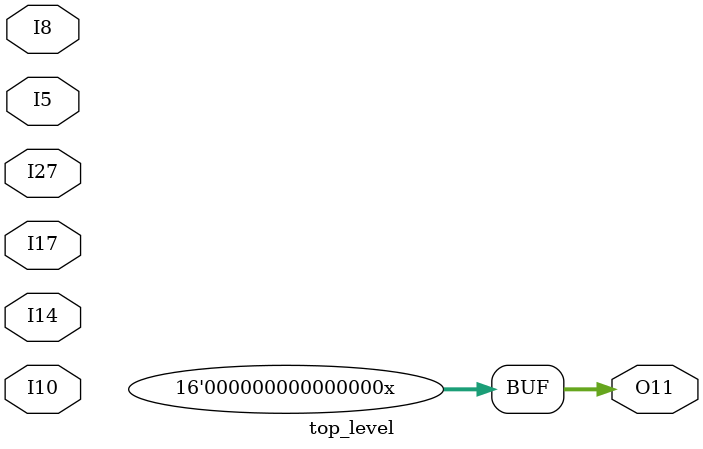
<source format=v>
module top_level (
	input I5,
	input [1:0] I8,
	input [15:0] I10,
	input [3:0] I14,
	input [1:0] I17,
	input [1:0] I27,
	output [15:0] O11
);


wire [3:0] X15;
wire [1:0] X12, X22;
assign O11 = 1'bx;

mux16 #(2) U12 (
	.i9(I17), 
	.sel( {1'bx,1'bx,1'bx,1'bx}),
	.q(X12)
);

mux2 #(4) U15 (
	.i0(I14), 
	.sel( {1'bx}),
	.q(X15)
);

decoder #(4,1) U18 (
	.data_out( {1'bx, 1'bx, 1'bx, 1'bx, 1'bx, 1'bx, 1'bx, 1'bx, 1'bx, 1'bx, 1'bx, 1'bx, 1'bx, 1'bx, 1'bx, 1'bx} ),
	.address_in( {X22[1], X22[0], 1'bx, 1'bx} ),
	.en_in( 1'bx)
);

decoder #(3,1) U19 (
	.data_out( {1'bx, 1'bx, 1'bx, 1'bx, 1'bx, 1'bx, 1'bx, 1'bx} ),
	.address_in( {1'bx, 1'bx, 1'bx} ),
	.en_in( 1'bx)
);

decoder #(2,1) U20 (
	.data_out( {1'bx, 1'bx, 1'bx, 1'bx} ),
	.address_in( {1'bx, 1'bx} ),
	.en_in( 1'bx)
);

register_en #(2) U22 (
	.data_in(I27),
	.q(X22)
);

endmodule

</source>
